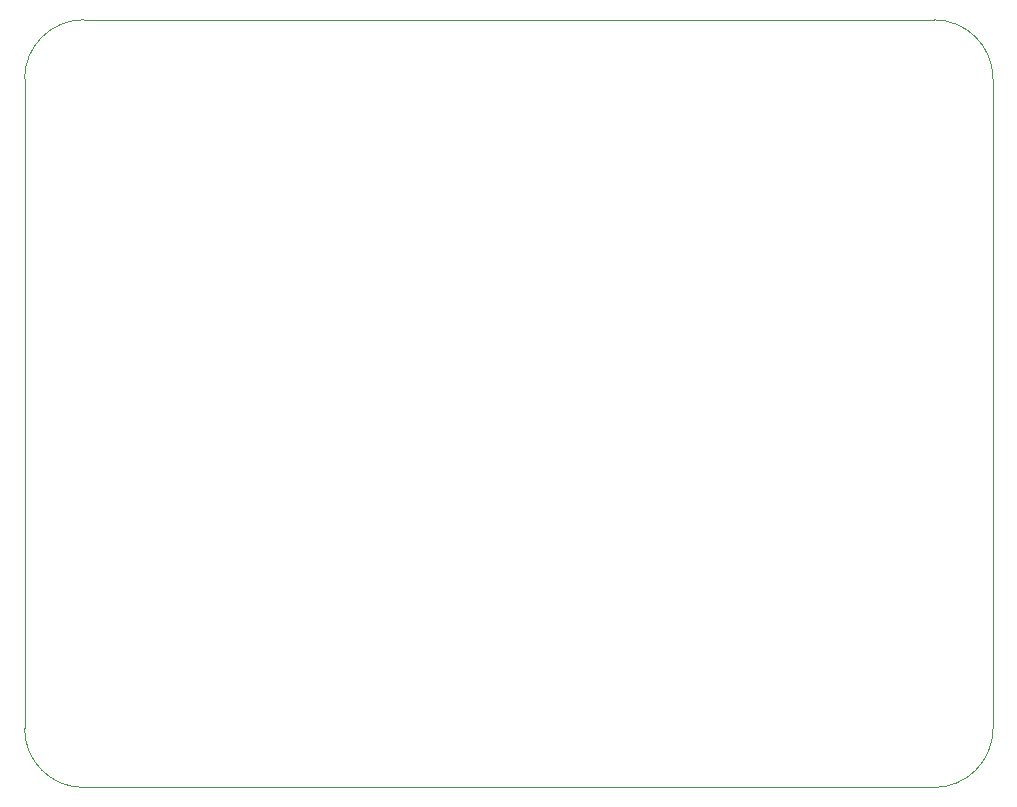
<source format=gbr>
%TF.GenerationSoftware,KiCad,Pcbnew,8.0.5*%
%TF.CreationDate,2024-11-04T18:47:41-08:00*%
%TF.ProjectId,digitalclock,64696769-7461-46c6-936c-6f636b2e6b69,rev?*%
%TF.SameCoordinates,Original*%
%TF.FileFunction,Profile,NP*%
%FSLAX46Y46*%
G04 Gerber Fmt 4.6, Leading zero omitted, Abs format (unit mm)*
G04 Created by KiCad (PCBNEW 8.0.5) date 2024-11-04 18:47:41*
%MOMM*%
%LPD*%
G01*
G04 APERTURE LIST*
%TA.AperFunction,Profile*%
%ADD10C,0.050000*%
%TD*%
G04 APERTURE END LIST*
D10*
%TO.C,PCB1*%
X112680900Y-121084500D02*
X112680900Y-66084500D01*
X117680900Y-61084500D02*
X189680900Y-61084500D01*
X189680900Y-126084500D02*
X117680900Y-126084500D01*
X194680900Y-66084500D02*
X194680900Y-121084500D01*
X112680900Y-66084500D02*
G75*
G02*
X117680900Y-61084500I5000000J0D01*
G01*
X117680900Y-126084500D02*
G75*
G02*
X112680900Y-121084500I0J5000000D01*
G01*
X189680900Y-61084500D02*
G75*
G02*
X194680900Y-66084500I0J-5000000D01*
G01*
X194680900Y-121084500D02*
G75*
G02*
X189680900Y-126084500I-5000000J0D01*
G01*
%TD*%
M02*

</source>
